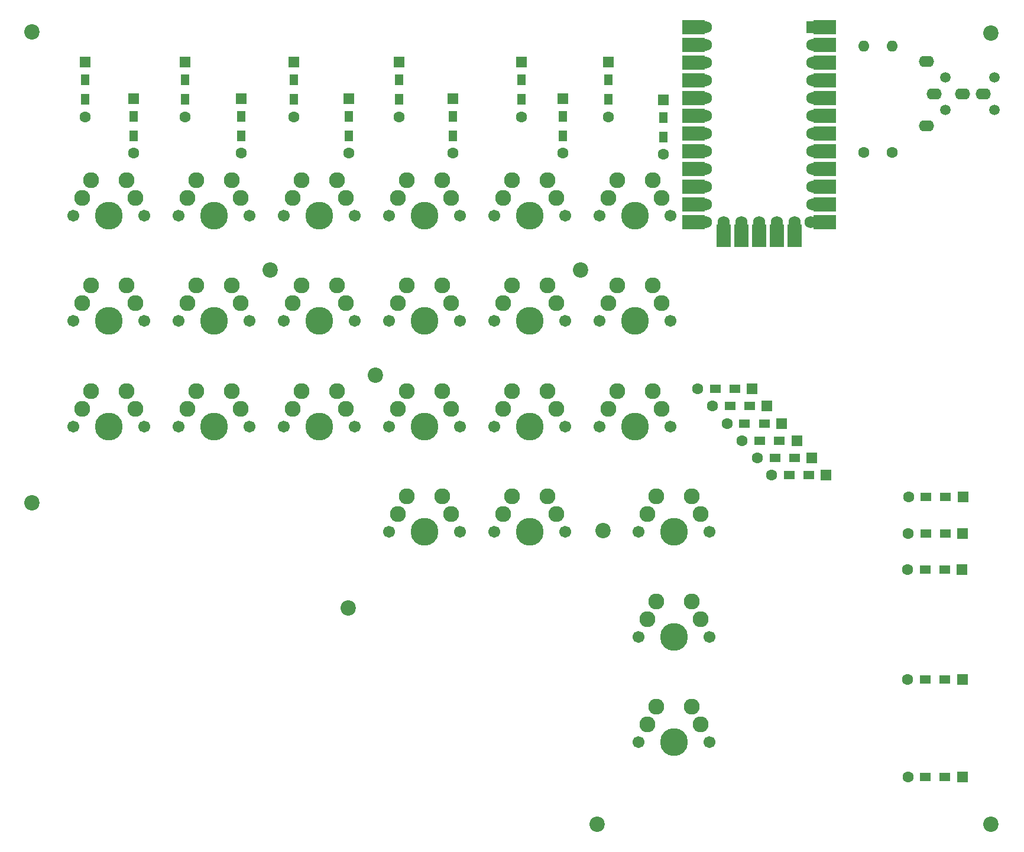
<source format=gbr>
%TF.GenerationSoftware,KiCad,Pcbnew,(6.0.5)*%
%TF.CreationDate,2022-05-16T23:14:11-04:00*%
%TF.ProjectId,keybert,6b657962-6572-4742-9e6b-696361645f70,0.0.1a*%
%TF.SameCoordinates,Original*%
%TF.FileFunction,Soldermask,Bot*%
%TF.FilePolarity,Negative*%
%FSLAX46Y46*%
G04 Gerber Fmt 4.6, Leading zero omitted, Abs format (unit mm)*
G04 Created by KiCad (PCBNEW (6.0.5)) date 2022-05-16 23:14:11*
%MOMM*%
%LPD*%
G01*
G04 APERTURE LIST*
%ADD10C,2.200000*%
%ADD11C,1.600000*%
%ADD12O,1.600000X1.600000*%
%ADD13C,1.500000*%
%ADD14O,2.200000X1.600000*%
%ADD15C,1.701800*%
%ADD16C,3.987800*%
%ADD17C,2.286000*%
%ADD18R,1.600000X1.600000*%
%ADD19R,1.600000X1.200000*%
%ADD20R,1.200000X1.600000*%
%ADD21R,3.250000X2.000000*%
%ADD22R,1.752600X1.752600*%
%ADD23C,1.752600*%
%ADD24R,2.000000X3.250000*%
G04 APERTURE END LIST*
D10*
%TO.C,REF\u002A\u002A*%
X158798750Y-23158391D03*
%TD*%
D11*
%TO.C,R0*%
X144627500Y-40260891D03*
D12*
X144627500Y-25020891D03*
%TD*%
D10*
%TO.C,REF\u002A\u002A*%
X21480000Y-22999641D03*
%TD*%
D13*
%TO.C,J0*%
X159302500Y-34147141D03*
X152302500Y-29547141D03*
X159302500Y-29547141D03*
X152302500Y-34147141D03*
D14*
X149602500Y-27247141D03*
X149602500Y-36447141D03*
X150702500Y-31847141D03*
X154702500Y-31847141D03*
X157702500Y-31847141D03*
%TD*%
D10*
%TO.C,REF\u002A\u002A*%
X158798750Y-136505891D03*
%TD*%
D15*
%TO.C,MX19*%
X102760000Y-79514641D03*
X112920000Y-79514641D03*
D16*
X107840000Y-79514641D03*
D17*
X105300000Y-74434641D03*
X104030000Y-76974641D03*
X111650000Y-76974641D03*
X110380000Y-74434641D03*
%TD*%
D15*
%TO.C,MX11*%
X82757500Y-79514641D03*
X72597500Y-79514641D03*
D16*
X77677500Y-79514641D03*
D17*
X73867500Y-76974641D03*
X75137500Y-74434641D03*
X81487500Y-76974641D03*
X80217500Y-74434641D03*
%TD*%
D15*
%TO.C,MX20*%
X108316250Y-94595891D03*
D16*
X113396250Y-94595891D03*
D15*
X118476250Y-94595891D03*
D17*
X109586250Y-92055891D03*
X110856250Y-89515891D03*
X117206250Y-92055891D03*
X115936250Y-89515891D03*
%TD*%
D16*
%TO.C,MX12*%
X77677500Y-94595891D03*
D15*
X72597500Y-94595891D03*
X82757500Y-94595891D03*
D17*
X75137500Y-89515891D03*
X73867500Y-92055891D03*
X81487500Y-92055891D03*
X80217500Y-89515891D03*
%TD*%
D10*
%TO.C,REF\u002A\u002A*%
X66723750Y-105549641D03*
%TD*%
%TO.C,REF\u002A\u002A*%
X102442500Y-136505891D03*
%TD*%
D15*
%TO.C,MX18*%
X112920000Y-64433391D03*
D16*
X107840000Y-64433391D03*
D15*
X102760000Y-64433391D03*
D17*
X105300000Y-59353391D03*
X104030000Y-61893391D03*
X110380000Y-59353391D03*
X111650000Y-61893391D03*
%TD*%
D10*
%TO.C,REF\u002A\u002A*%
X55611250Y-57130891D03*
%TD*%
D15*
%TO.C,MX10*%
X72597500Y-64433391D03*
D16*
X77677500Y-64433391D03*
D15*
X82757500Y-64433391D03*
D17*
X75137500Y-59353391D03*
X73867500Y-61893391D03*
X80217500Y-59353391D03*
X81487500Y-61893391D03*
%TD*%
D15*
%TO.C,MX15*%
X87678750Y-79514641D03*
D16*
X92758750Y-79514641D03*
D15*
X97838750Y-79514641D03*
D17*
X90218750Y-74434641D03*
X88948750Y-76974641D03*
X96568750Y-76974641D03*
X95298750Y-74434641D03*
%TD*%
D16*
%TO.C,MX7*%
X62596250Y-64433391D03*
D15*
X67676250Y-64433391D03*
X57516250Y-64433391D03*
D17*
X60056250Y-59353391D03*
X58786250Y-61893391D03*
X66406250Y-61893391D03*
X65136250Y-59353391D03*
%TD*%
D15*
%TO.C,MX3*%
X42435000Y-49352141D03*
X52595000Y-49352141D03*
D16*
X47515000Y-49352141D03*
D17*
X44975000Y-44272141D03*
X43705000Y-46812141D03*
X51325000Y-46812141D03*
X50055000Y-44272141D03*
%TD*%
D16*
%TO.C,MX14*%
X92758750Y-64433391D03*
D15*
X97838750Y-64433391D03*
X87678750Y-64433391D03*
D17*
X90218750Y-59353391D03*
X88948750Y-61893391D03*
X95298750Y-59353391D03*
X96568750Y-61893391D03*
%TD*%
D10*
%TO.C,REF\u002A\u002A*%
X100061250Y-57130891D03*
%TD*%
%TO.C,REF\u002A\u002A*%
X21480000Y-90468391D03*
%TD*%
D16*
%TO.C,MX0*%
X32433750Y-49352141D03*
D15*
X27353750Y-49352141D03*
X37513750Y-49352141D03*
D17*
X28623750Y-46812141D03*
X29893750Y-44272141D03*
X34973750Y-44272141D03*
X36243750Y-46812141D03*
%TD*%
D16*
%TO.C,MX8*%
X62596250Y-79514641D03*
D15*
X67676250Y-79514641D03*
X57516250Y-79514641D03*
D17*
X60056250Y-74434641D03*
X58786250Y-76974641D03*
X66406250Y-76974641D03*
X65136250Y-74434641D03*
%TD*%
D10*
%TO.C,REF\u002A\u002A*%
X70692500Y-72212141D03*
%TD*%
D15*
%TO.C,MX22*%
X118476250Y-124758391D03*
D16*
X113396250Y-124758391D03*
D15*
X108316250Y-124758391D03*
D17*
X109586250Y-122218391D03*
X110856250Y-119678391D03*
X115936250Y-119678391D03*
X117206250Y-122218391D03*
%TD*%
D11*
%TO.C,R1*%
X140577500Y-40260891D03*
D12*
X140577500Y-25020891D03*
%TD*%
D15*
%TO.C,MX16*%
X87678750Y-94595891D03*
D16*
X92758750Y-94595891D03*
D15*
X97838750Y-94595891D03*
D17*
X90218750Y-89515891D03*
X88948750Y-92055891D03*
X95298750Y-89515891D03*
X96568750Y-92055891D03*
%TD*%
D10*
%TO.C,REF\u002A\u002A*%
X103236250Y-94437141D03*
%TD*%
D15*
%TO.C,MX13*%
X87678750Y-49352141D03*
X97838750Y-49352141D03*
D16*
X92758750Y-49352141D03*
D17*
X88948750Y-46812141D03*
X90218750Y-44272141D03*
X95298750Y-44272141D03*
X96568750Y-46812141D03*
%TD*%
D15*
%TO.C,MX21*%
X108316250Y-109677141D03*
D16*
X113396250Y-109677141D03*
D15*
X118476250Y-109677141D03*
D17*
X109586250Y-107137141D03*
X110856250Y-104597141D03*
X117206250Y-107137141D03*
X115936250Y-104597141D03*
%TD*%
D15*
%TO.C,MX17*%
X112920000Y-49352141D03*
X102760000Y-49352141D03*
D16*
X107840000Y-49352141D03*
D17*
X105300000Y-44272141D03*
X104030000Y-46812141D03*
X110380000Y-44272141D03*
X111650000Y-46812141D03*
%TD*%
D15*
%TO.C,MX6*%
X57516250Y-49352141D03*
X67676250Y-49352141D03*
D16*
X62596250Y-49352141D03*
D17*
X60056250Y-44272141D03*
X58786250Y-46812141D03*
X65136250Y-44272141D03*
X66406250Y-46812141D03*
%TD*%
D15*
%TO.C,MX4*%
X52595000Y-64433391D03*
X42435000Y-64433391D03*
D16*
X47515000Y-64433391D03*
D17*
X44975000Y-59353391D03*
X43705000Y-61893391D03*
X50055000Y-59353391D03*
X51325000Y-61893391D03*
%TD*%
D15*
%TO.C,MX2*%
X37513750Y-79514641D03*
D16*
X32433750Y-79514641D03*
D15*
X27353750Y-79514641D03*
D17*
X28623750Y-76974641D03*
X29893750Y-74434641D03*
X36243750Y-76974641D03*
X34973750Y-74434641D03*
%TD*%
D16*
%TO.C,MX9*%
X77677500Y-49352141D03*
D15*
X72597500Y-49352141D03*
X82757500Y-49352141D03*
D17*
X73867500Y-46812141D03*
X75137500Y-44272141D03*
X81487500Y-46812141D03*
X80217500Y-44272141D03*
%TD*%
D16*
%TO.C,MX5*%
X47515000Y-79514641D03*
D15*
X52595000Y-79514641D03*
X42435000Y-79514641D03*
D17*
X44975000Y-74434641D03*
X43705000Y-76974641D03*
X51325000Y-76974641D03*
X50055000Y-74434641D03*
%TD*%
D16*
%TO.C,MX1*%
X32433750Y-64433391D03*
D15*
X27353750Y-64433391D03*
X37513750Y-64433391D03*
D17*
X28623750Y-61893391D03*
X29893750Y-59353391D03*
X36243750Y-61893391D03*
X34973750Y-59353391D03*
%TD*%
D18*
%TO.C,D22*%
X154711250Y-129742141D03*
D19*
X152211250Y-129742141D03*
D11*
X146911250Y-129742141D03*
D19*
X149411250Y-129742141D03*
%TD*%
D18*
%TO.C,D4*%
X51401250Y-32592141D03*
D20*
X51401250Y-35092141D03*
D11*
X51401250Y-40392141D03*
D20*
X51401250Y-37892141D03*
%TD*%
D18*
%TO.C,D17*%
X104011250Y-27352141D03*
D20*
X104011250Y-29852141D03*
X104011250Y-32652141D03*
D11*
X104011250Y-35152141D03*
%TD*%
D19*
%TO.C,D19*%
X122101250Y-74122141D03*
D18*
X124601250Y-74122141D03*
D11*
X116801250Y-74122141D03*
D19*
X119301250Y-74122141D03*
%TD*%
D18*
%TO.C,D15*%
X126741250Y-76612141D03*
D19*
X124241250Y-76612141D03*
D11*
X118941250Y-76612141D03*
D19*
X121441250Y-76612141D03*
%TD*%
D20*
%TO.C,D3*%
X43371250Y-29852141D03*
D18*
X43371250Y-27352141D03*
D11*
X43371250Y-35152141D03*
D20*
X43371250Y-32652141D03*
%TD*%
%TO.C,D10*%
X81721250Y-35092141D03*
D18*
X81721250Y-32592141D03*
D20*
X81721250Y-37892141D03*
D11*
X81721250Y-40392141D03*
%TD*%
D18*
%TO.C,D16*%
X154751250Y-94862141D03*
D19*
X152251250Y-94862141D03*
X149451250Y-94862141D03*
D11*
X146951250Y-94862141D03*
%TD*%
D18*
%TO.C,D21*%
X154691250Y-115792141D03*
D19*
X152191250Y-115792141D03*
X149391250Y-115792141D03*
D11*
X146891250Y-115792141D03*
%TD*%
D18*
%TO.C,D20*%
X154781250Y-89662141D03*
D19*
X152281250Y-89662141D03*
X149481250Y-89662141D03*
D11*
X146981250Y-89662141D03*
%TD*%
D18*
%TO.C,D11*%
X128821250Y-79142141D03*
D19*
X126321250Y-79142141D03*
X123521250Y-79142141D03*
D11*
X121021250Y-79142141D03*
%TD*%
D20*
%TO.C,D13*%
X91551250Y-29852141D03*
D18*
X91551250Y-27352141D03*
D11*
X91551250Y-35152141D03*
D20*
X91551250Y-32652141D03*
%TD*%
D18*
%TO.C,D9*%
X74021250Y-27352141D03*
D20*
X74021250Y-29852141D03*
D11*
X74021250Y-35152141D03*
D20*
X74021250Y-32652141D03*
%TD*%
D18*
%TO.C,D8*%
X130981250Y-81592141D03*
D19*
X128481250Y-81592141D03*
D11*
X123181250Y-81592141D03*
D19*
X125681250Y-81592141D03*
%TD*%
D18*
%TO.C,D0*%
X29111250Y-27352141D03*
D20*
X29111250Y-29852141D03*
D11*
X29111250Y-35152141D03*
D20*
X29111250Y-32652141D03*
%TD*%
%TO.C,D18*%
X111891250Y-35242141D03*
D18*
X111891250Y-32742141D03*
D20*
X111891250Y-38042141D03*
D11*
X111891250Y-40542141D03*
%TD*%
D18*
%TO.C,D14*%
X97451250Y-32592141D03*
D20*
X97451250Y-35092141D03*
D11*
X97451250Y-40392141D03*
D20*
X97451250Y-37892141D03*
%TD*%
D18*
%TO.C,D2*%
X135201250Y-86482141D03*
D19*
X132701250Y-86482141D03*
X129901250Y-86482141D03*
D11*
X127401250Y-86482141D03*
%TD*%
D20*
%TO.C,D1*%
X35991250Y-35092141D03*
D18*
X35991250Y-32592141D03*
D11*
X35991250Y-40392141D03*
D20*
X35991250Y-37892141D03*
%TD*%
D19*
%TO.C,D12*%
X152151250Y-100002141D03*
D18*
X154651250Y-100002141D03*
D19*
X149351250Y-100002141D03*
D11*
X146851250Y-100002141D03*
%TD*%
D18*
%TO.C,D6*%
X58941250Y-27352141D03*
D20*
X58941250Y-29852141D03*
D11*
X58941250Y-35152141D03*
D20*
X58941250Y-32652141D03*
%TD*%
D18*
%TO.C,D7*%
X66801250Y-32592141D03*
D20*
X66801250Y-35092141D03*
D11*
X66801250Y-40392141D03*
D20*
X66801250Y-37892141D03*
%TD*%
D21*
%TO.C,MC-EC0*%
X135006270Y-22342911D03*
D22*
X133228270Y-22342911D03*
D21*
X135006270Y-24882911D03*
D23*
X133228270Y-24882911D03*
D21*
X135006270Y-27422911D03*
D23*
X133228270Y-27422911D03*
X133228270Y-29962911D03*
D21*
X135006270Y-29962911D03*
D23*
X133228270Y-32502911D03*
D21*
X135006270Y-32502911D03*
D23*
X133228270Y-35042911D03*
D21*
X135006270Y-35042911D03*
D23*
X133228270Y-37582911D03*
D21*
X135006270Y-37582911D03*
X135006270Y-40122911D03*
D23*
X133228270Y-40122911D03*
D21*
X135006270Y-42662911D03*
D23*
X133228270Y-42662911D03*
X133228270Y-45202911D03*
D21*
X135006270Y-45202911D03*
D23*
X133228270Y-47742911D03*
D21*
X135006270Y-47742911D03*
X135006270Y-50282911D03*
D23*
X132999670Y-50282911D03*
X117988270Y-50282911D03*
D21*
X116210270Y-50282911D03*
X116210270Y-47742911D03*
D23*
X117988270Y-47742911D03*
D21*
X116210270Y-45202911D03*
D23*
X117988270Y-45202911D03*
D21*
X116210270Y-42662911D03*
D23*
X117988270Y-42662911D03*
D21*
X116210270Y-40122911D03*
D23*
X117988270Y-40122911D03*
X117988270Y-37582911D03*
D21*
X116210270Y-37582911D03*
X116210270Y-35042911D03*
D23*
X117988270Y-35042911D03*
D21*
X116210270Y-32502911D03*
D23*
X117988270Y-32502911D03*
X117988270Y-29962911D03*
D21*
X116210270Y-29962911D03*
D23*
X117988270Y-27422911D03*
D21*
X116210270Y-27422911D03*
X116210270Y-24882911D03*
D23*
X117988270Y-24882911D03*
D21*
X116210270Y-22342911D03*
D23*
X117988270Y-22342911D03*
X130688270Y-50282911D03*
D24*
X130688270Y-52187911D03*
D23*
X128148270Y-50282911D03*
D24*
X128148270Y-52187911D03*
X125608270Y-52187911D03*
D23*
X125608270Y-50282911D03*
D24*
X123068270Y-52187911D03*
D23*
X123068270Y-50282911D03*
D24*
X120528270Y-52187911D03*
D23*
X120528270Y-50282911D03*
%TD*%
D18*
%TO.C,D5*%
X133171250Y-84032141D03*
D19*
X130671250Y-84032141D03*
D11*
X125371250Y-84032141D03*
D19*
X127871250Y-84032141D03*
%TD*%
M02*

</source>
